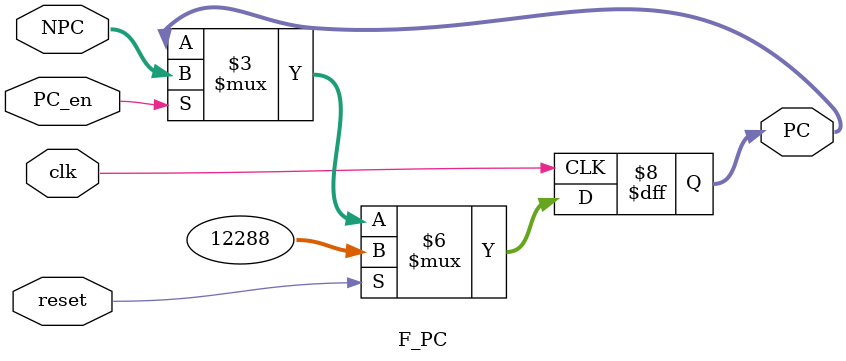
<source format=v>
`timescale 1ns / 1ps
`define PC_Reset 32'h0000_3000

module F_PC(
    input clk,
    input reset,
    input PC_en,//Stall
    input [31:0] NPC,
    output reg [31:0] PC
    );

    always @(posedge clk) begin
        if (reset) begin
            PC <= `PC_Reset;
        end
        else if (PC_en) begin
            PC <= NPC;
        end
        else begin
            PC <= PC;
        end
    end

    
endmodule

</source>
